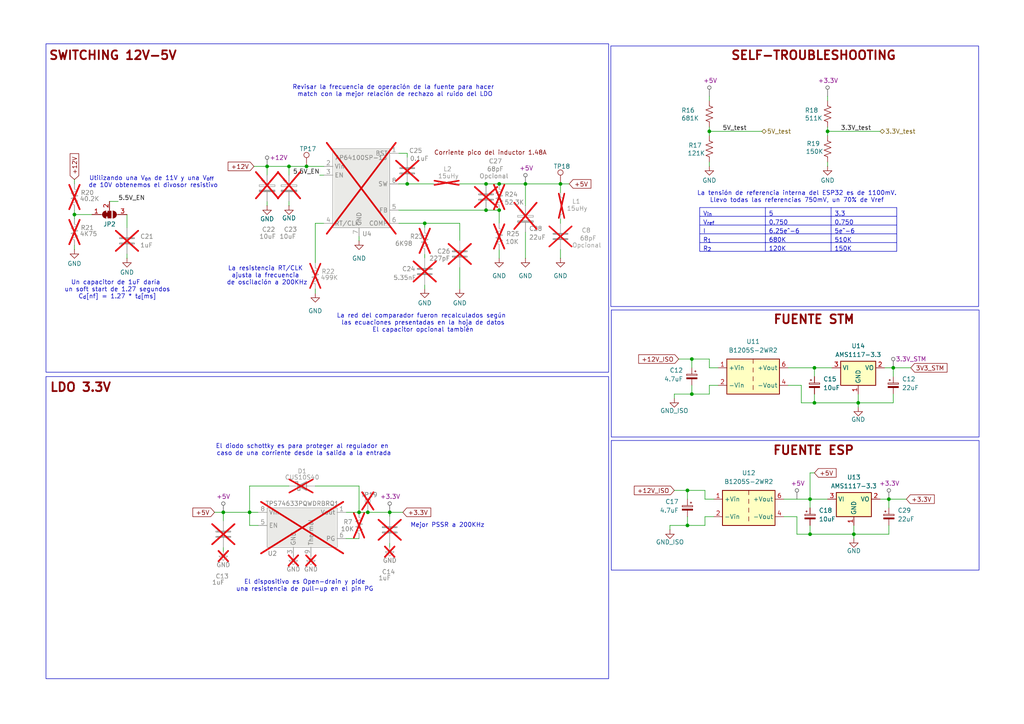
<source format=kicad_sch>
(kicad_sch (version 20250114) (generator "eeschema") (generator_version "9.0")
  (paper "A4")
  (lib_symbols
    (symbol "Connector:TestPoint" (pin_numbers (hide yes)) (pin_names (offset 0.762) (hide yes))
      (property "Reference" "TP" (at 0 6.858 0))
      (property "Value" "TestPoint" (at 0 5.08 0))
      (symbol "TestPoint_0_1"
        (circle (center 0 3.302) (radius 0.762))
      )
      (symbol "TestPoint_1_1"
        (pin passive line (at 0 0 90) (length 2.54) (name "1") (number "1"))
      )
    )
    (symbol "Converter_DCDC:TMA-1205S"
      (property "Reference" "U" (at -6.35 6.35 0))
      (property "Value" "TMA-1205S" (at 2.54 6.35 0))
      (symbol "TMA-1205S_0_1"
        (rectangle (start -7.62 5.08) (end 7.62 -5.08) (stroke (width 0.254)) (fill (type background)))
        (polyline (pts (xy 0 5.08) (xy 0 3.81)))
        (polyline (pts (xy 0 2.54) (xy 0 1.27)))
        (polyline (pts (xy 0 0) (xy 0 -1.27)))
        (polyline (pts (xy 0 -2.54) (xy 0 -3.81)))
      )
      (symbol "TMA-1205S_1_1"
        (pin power_in line (at -10.16 2.54 0) (length 2.54) (name "+Vin") (number "1"))
        (pin power_in line (at -10.16 -2.54 0) (length 2.54) (name "-Vin") (number "2"))
        (pin power_out line (at 10.16 2.54 180) (length 2.54) (name "+Vout") (number "6"))
        (pin power_out line (at 10.16 -2.54 180) (length 2.54) (name "-Vout") (number "4"))
      )
    )
    (symbol "Device:C" (pin_numbers (hide yes)) (pin_names (offset 0.254))
      (property "Reference" "C" (at 0.635 2.54 0))
      (property "Value" "C" (at 0.635 -2.54 0))
      (symbol "C_0_1"
        (polyline (pts (xy -2.032 0.762) (xy 2.032 0.762)) (stroke (width 0.508)))
        (polyline (pts (xy -2.032 -0.762) (xy 2.032 -0.762)) (stroke (width 0.508)))
      )
      (symbol "C_1_1"
        (pin passive line (at 0 3.81 270) (length 2.794) (name "~") (number "1"))
        (pin passive line (at 0 -3.81 90) (length 2.794) (name "~") (number "2"))
      )
    )
    (symbol "Device:C_Polarized" (pin_numbers (hide yes)) (pin_names (offset 0.254))
      (property "Reference" "C" (at 0.635 2.54 0))
      (property "Value" "C_Polarized" (at 0.635 -2.54 0))
      (symbol "C_Polarized_0_1"
        (rectangle (start -2.286 0.508) (end 2.286 1.016))
        (polyline (pts (xy -1.778 2.286) (xy -0.762 2.286)))
        (polyline (pts (xy -1.27 2.794) (xy -1.27 1.778)))
        (rectangle (start 2.286 -0.508) (end -2.286 -1.016) (fill (type outline)))
      )
      (symbol "C_Polarized_1_1"
        (pin passive line (at 0 3.81 270) (length 2.794) (name "~") (number "1"))
        (pin passive line (at 0 -3.81 90) (length 2.794) (name "~") (number "2"))
      )
    )
    (symbol "Device:C_Polarized_Small" (pin_numbers (hide yes)) (pin_names (offset 0.254) (hide yes))
      (property "Reference" "C" (at 0.254 1.778 0))
      (property "Value" "C_Polarized_Small" (at 0.254 -2.032 0))
      (symbol "C_Polarized_Small_0_1"
        (rectangle (start -1.524 0.6858) (end 1.524 0.3048))
        (rectangle (start -1.524 -0.3048) (end 1.524 -0.6858) (fill (type outline)))
        (polyline (pts (xy -1.27 1.524) (xy -0.762 1.524)))
        (polyline (pts (xy -1.016 1.27) (xy -1.016 1.778)))
      )
      (symbol "C_Polarized_Small_1_1"
        (pin passive line (at 0 2.54 270) (length 1.8542) (name "~") (number "1"))
        (pin passive line (at 0 -2.54 90) (length 1.8542) (name "~") (number "2"))
      )
    )
    (symbol "Device:D_Schottky" (pin_numbers (hide yes)) (pin_names (offset 1.016) (hide yes))
      (property "Reference" "D" (at 0 2.54 0))
      (property "Value" "D_Schottky" (at 0 -2.54 0))
      (symbol "D_Schottky_0_1"
        (polyline (pts (xy -1.905 0.635) (xy -1.905 1.27) (xy -1.27 1.27) (xy -1.27 -1.27) (xy -0.635 -1.27) (xy -0.635 -0.635)) (stroke (width 0.254)))
        (polyline (pts (xy 1.27 1.27) (xy 1.27 -1.27) (xy -1.27 0) (xy 1.27 1.27)) (stroke (width 0.254)))
        (polyline (pts (xy 1.27 0) (xy -1.27 0)))
      )
      (symbol "D_Schottky_1_1"
        (pin passive line (at -3.81 0 0) (length 2.54) (name "K") (number "1"))
        (pin passive line (at 3.81 0 180) (length 2.54) (name "A") (number "2"))
      )
    )
    (symbol "Device:L" (pin_numbers (hide yes)) (pin_names (offset 1.016) (hide yes))
      (property "Reference" "L" (at -1.27 0 90))
      (property "Value" "L" (at 1.905 0 90))
      (symbol "L_0_1"
        (arc (start 0 2.54) (mid 0.6323 1.905) (end 0 1.27))
        (arc (start 0 1.27) (mid 0.6323 0.635) (end 0 0))
        (arc (start 0 0) (mid 0.6323 -0.635) (end 0 -1.27))
        (arc (start 0 -1.27) (mid 0.6323 -1.905) (end 0 -2.54))
      )
      (symbol "L_1_1"
        (pin passive line (at 0 3.81 270) (length 1.27) (name "1") (number "1"))
        (pin passive line (at 0 -3.81 90) (length 1.27) (name "2") (number "2"))
      )
    )
    (symbol "Device:R_US" (pin_numbers (hide yes)) (pin_names (offset 0))
      (property "Reference" "R" (at 2.54 0 90))
      (property "Value" "R_US" (at -2.54 0 90))
      (symbol "R_US_0_1"
        (polyline (pts (xy 0 2.286) (xy 0 2.54)))
        (polyline (pts (xy 0 2.286) (xy 1.016 1.905) (xy 0 1.524) (xy -1.016 1.143) (xy 0 0.762)))
        (polyline (pts (xy 0 0.762) (xy 1.016 0.381) (xy 0 0) (xy -1.016 -0.381) (xy 0 -0.762)))
        (polyline (pts (xy 0 -0.762) (xy 1.016 -1.143) (xy 0 -1.524) (xy -1.016 -1.905) (xy 0 -2.286)))
        (polyline (pts (xy 0 -2.286) (xy 0 -2.54)))
      )
      (symbol "R_US_1_1"
        (pin passive line (at 0 3.81 270) (length 1.27) (name "~") (number "1"))
        (pin passive line (at 0 -3.81 90) (length 1.27) (name "~") (number "2"))
      )
    )
    (symbol "Jumper:SolderJumper_3_Bridged12" (pin_names (offset 0) (hide yes)) (in_bom no)
      (property "Reference" "JP" (at -2.54 -2.54 0))
      (property "Value" "SolderJumper_3_Bridged12" (at 0 2.794 0))
      (symbol "SolderJumper_3_Bridged12_0_1"
        (polyline (pts (xy -2.54 0) (xy -2.032 0)))
        (polyline (pts (xy -1.016 1.016) (xy -1.016 -1.016)))
        (rectangle (start -1.016 0.508) (end -0.508 -0.508) (fill (type outline)))
        (arc (start -1.016 -1.016) (mid -2.0276 0) (end -1.016 1.016))
        (arc (start -1.016 -1.016) (mid -2.0276 0) (end -1.016 1.016) (fill (type outline)))
        (rectangle (start -0.508 1.016) (end 0.508 -1.016) (fill (type outline)))
        (polyline (pts (xy 0 -1.27) (xy 0 -1.016)))
        (arc (start 1.016 1.016) (mid 2.0276 0) (end 1.016 -1.016))
        (arc (start 1.016 1.016) (mid 2.0276 0) (end 1.016 -1.016) (fill (type outline)))
        (polyline (pts (xy 1.016 1.016) (xy 1.016 -1.016)))
        (polyline (pts (xy 2.54 0) (xy 2.032 0)))
      )
      (symbol "SolderJumper_3_Bridged12_1_1"
        (pin passive line (at -5.08 0 0) (length 2.54) (name "A") (number "1"))
        (pin passive line (at 0 -3.81 90) (length 2.54) (name "C") (number "2"))
        (pin passive line (at 5.08 0 180) (length 2.54) (name "B") (number "3"))
      )
    )
    (symbol "Personal:AP64100Q"
      (property "Reference" "U3" (at -9.398 9.398 0))
      (property "Value" "~" (at -9.525 3.81 0))
      (symbol "AP64100Q_1_1"
        (rectangle (start -17.78 6.35) (end -1.27 -16.51) (fill (type background)))
        (pin power_in line (at -20.32 1.27 0) (length 2.54) (name "Vin") (number "2"))
        (pin input line (at -20.32 -1.27 0) (length 2.54) (name "EN") (number "3"))
        (pin input line (at -20.32 -15.24 0) (length 2.54) (name "RT/CLK") (number "4"))
        (pin power_out line (at -10.16 -19.05 90) (length 2.54) (name "GND") (number "7"))
        (pin passive line (at 1.27 5.08 180) (length 2.54) (name "BST") (number "1"))
        (pin output line (at 1.27 -3.81 180) (length 2.54) (name "SW") (number "8"))
        (pin passive line (at 1.27 -11.43 180) (length 2.54) (name "FB") (number "5"))
        (pin passive line (at 1.27 -15.24 180) (length 2.54) (name "COMP") (number "6"))
      )
    )
    (symbol "Personal:TPS76833QDR"
      (property "Reference" "U" (at 0 5.08 0))
      (symbol "TPS76833QDR_1_1"
        (rectangle (start -10.16 2.54) (end 10.16 -8.89) (fill (type background)))
        (pin power_in line (at -12.7 1.27 0) (length 2.54) (name "Vin") (number "8"))
        (pin passive line (at -12.7 -2.54 0) (length 2.54) (name "EN") (number "5"))
        (pin power_in line (at -2.54 -11.43 90) (length 2.54) (name "GND") (number "3"))
        (pin no_connect line (at 0 -1.27 180) (length 2.54) (hide yes) (name "NC") (number "3"))
        (pin no_connect line (at 0 -3.81 180) (length 2.54) (hide yes) (name "NC") (number "7"))
        (pin no_connect line (at 0 -6.35 180) (length 2.54) (hide yes) (name "NC") (number "2"))
        (pin power_in line (at 2.54 -11.43 90) (length 2.54) (name "Thermal") (number "9"))
        (pin power_out line (at 12.7 1.27 180) (length 2.54) (name "Vout") (number "1"))
        (pin passive line (at 12.7 -6.35 180) (length 2.54) (name "PG") (number "6"))
      )
    )
    (symbol "Regulator_Linear:AMS1117-3.3"
      (property "Reference" "U" (at -3.81 3.175 0))
      (property "Value" "AMS1117-3.3" (at 0 3.175 0))
      (symbol "AMS1117-3.3_0_1"
        (rectangle (start -5.08 -5.08) (end 5.08 1.905) (stroke (width 0.254)) (fill (type background)))
      )
      (symbol "AMS1117-3.3_1_1"
        (pin power_in line (at -7.62 0 0) (length 2.54) (name "VI") (number "3"))
        (pin power_in line (at 0 -7.62 90) (length 2.54) (name "GND") (number "1"))
        (pin power_out line (at 7.62 0 180) (length 2.54) (name "VO") (number "2"))
      )
    )
    (symbol "power:GND" (power) (pin_numbers (hide yes)) (pin_names (offset 0) (hide yes))
      (property "Value" "GND" (at 0 -3.81 0))
      (symbol "GND_0_1"
        (polyline (pts (xy 0 0) (xy 0 -1.27) (xy 1.27 -1.27) (xy 0 -2.54) (xy -1.27 -1.27) (xy 0 -1.27)))
      )
      (symbol "GND_1_1"
        (pin power_in line (at 0 0 270) (length 0) (name "~") (number "1"))
      )
    )
  )
  (rectangle (start 177.165 13.335) (end 283.845 88.9))
  (rectangle (start 13.335 109.22) (end 176.53 196.85))
  (rectangle (start 13.335 12.7) (end 176.53 107.95))
  (rectangle (start 177.292 127.762) (end 283.972 165.354))
  (rectangle (start 177.292 89.916) (end 283.972 126.746))
  (text "Mejor PSSR a 200KHz" (at 129.794 152.4 0) (effects (font (size 1.27 1.27))))
  (text "SWITCHING 12V-5V" (at 32.766 16.256 0) (effects (font (size 2.54 2.54) (thickness 0.508) (bold yes))))
  (text "FUENTE ESP" (at 235.966 130.81 0) (effects (font (size 2.54 2.54) (thickness 0.508) (bold yes))))
  (text "FUENTE STM" (at 236.093 92.837 0) (effects (font (size 2.54 2.54) (thickness 0.508) (bold yes))))
  (text "Utilizando una V_{on} de 11V y una V_{off} \nde 10V obtenemos el divosor resistivo" (at 44.45 52.832 0) (effects (font (size 1.27 1.27))))
  (text "El diodo schottky es para proteger al regulador en \ncaso de una corriente desde la salida a la entrada" (at 88.138 130.556 0) (effects (font (size 1.27 1.27))))
  (text "SELF-TROUBLESHOOTING" (at 235.966 16.256 0) (effects (font (size 2.54 2.54) (thickness 0.508) (bold yes))))
  (text "Revisar la frecuencia de operación de la fuente para hacer \nmatch con la mejor relación de rechazo al ruido del LDO" (at 114.554 26.416 0) (effects (font (size 1.27 1.27))))
  (text "La tensión de referencia interna del ESP32 es de 1100mV.\nLlevo todas las referencias 750mV, un 70% de Vref" (at 231.14 57.15 0) (effects (font (size 1.27 1.27))))
  (text "Corriente pico del inductor 1.48A" (at 142.24 44.45 0) (effects (font (size 1.27 1.27))))
  (text "El dispositivo es Open-drain y pide\nuna resistencia de pull-up en el pin PG" (at 88.392 169.926 0) (effects (font (size 1.27 1.27))))
  (text "LDO 3.3V" (at 23.368 112.522 0) (effects (font (size 2.54 2.54) (thickness 0.508) (bold yes))))
  (text "La red del comparador fueron recalculados según \nlas ecuaciones presentadas en la hoja de datos\nEl capacitor opcional también" (at 122.682 93.726 0) (effects (font (size 1.27 1.27))))
  (text "La resistencia RT/CLK \najusta la frecuencia \nde oscilación a 200KHz" (at 77.47 80.01 0) (effects (font (size 1.27 1.27))))
  (text "Un capacitor de 1uF daría \nun soft start de 1.27 segundos\nC_{d}[nf] = 1.27 * t_{d}[ms]" (at 34.036 84.074 0) (effects (font (size 1.27 1.27))))
  (junction (at 113.03 148.59))
  (junction (at 118.11 53.34))
  (junction (at 88.9 48.26))
  (junction (at 123.19 64.77))
  (junction (at 199.39 152.4))
  (junction (at 162.56 53.34))
  (junction (at 83.82 48.26))
  (junction (at 104.14 148.59))
  (junction (at 259.08 106.68))
  (junction (at 144.78 53.34))
  (junction (at 152.4 53.34))
  (junction (at 247.65 154.94))
  (junction (at 234.95 154.94))
  (junction (at 236.22 116.84))
  (junction (at 72.39 148.59))
  (junction (at 200.66 114.3))
  (junction (at 200.66 104.14))
  (junction (at 144.78 60.96))
  (junction (at 257.81 144.78))
  (junction (at 106.68 148.59))
  (junction (at 21.59 62.23))
  (junction (at 64.77 148.59))
  (junction (at 240.03 38.1))
  (junction (at 205.74 38.1))
  (junction (at 199.39 142.24))
  (junction (at 236.22 106.68))
  (junction (at 248.92 116.84))
  (junction (at 77.47 48.26))
  (junction (at 234.95 144.78))
  (junction (at 140.97 60.96))
  (junction (at 140.97 53.34))
  (wire (pts (xy 195.58 142.24) (xy 199.39 142.24)))
  (wire (pts (xy 140.97 60.96) (xy 144.78 60.96)))
  (wire (pts (xy 234.95 154.94) (xy 247.65 154.94)))
  (wire (pts (xy 77.47 48.26) (xy 83.82 48.26)))
  (wire (pts (xy 200.66 104.14) (xy 200.66 106.68)))
  (wire (pts (xy 72.39 140.97) (xy 72.39 148.59)))
  (wire (pts (xy 257.81 152.4) (xy 257.81 154.94)))
  (wire (pts (xy 64.77 148.59) (xy 64.77 151.13)))
  (wire (pts (xy 205.74 104.14) (xy 205.74 106.68)))
  (wire (pts (xy 204.47 142.24) (xy 204.47 144.78)))
  (wire (pts (xy 123.19 73.66) (xy 123.19 74.93)))
  (wire (pts (xy 199.39 142.24) (xy 204.47 142.24)))
  (wire (pts (xy 113.03 148.59) (xy 116.84 148.59)))
  (wire (pts (xy 195.58 114.3) (xy 200.66 114.3)))
  (wire (pts (xy 162.56 74.93) (xy 162.56 72.39)))
  (wire (pts (xy 259.08 114.3) (xy 259.08 116.84)))
  (wire (pts (xy 205.74 27.94) (xy 205.74 29.21)))
  (wire (pts (xy 77.47 58.42) (xy 77.47 59.69)))
  (wire (pts (xy 113.03 149.86) (xy 113.03 148.59)))
  (wire (pts (xy 236.22 106.68) (xy 236.22 109.22)))
  (wire (pts (xy 240.03 46.99) (xy 240.03 48.26)))
  (wire (pts (xy 240.03 36.83) (xy 240.03 38.1)))
  (wire (pts (xy 133.35 53.34) (xy 140.97 53.34)))
  (wire (pts (xy 91.44 83.82) (xy 91.44 85.09)))
  (wire (pts (xy 196.85 104.14) (xy 200.66 104.14)))
  (wire (pts (xy 234.95 144.78) (xy 240.03 144.78)))
  (wire (pts (xy 104.14 140.97) (xy 104.14 148.59)))
  (wire (pts (xy 36.83 62.23) (xy 36.83 66.04)))
  (wire (pts (xy 123.19 64.77) (xy 133.35 64.77)))
  (wire (pts (xy 144.78 60.96) (xy 144.78 64.77)))
  (wire (pts (xy 259.08 106.68) (xy 264.16 106.68)))
  (wire (pts (xy 106.68 148.59) (xy 113.03 148.59)))
  (wire (pts (xy 74.93 152.4) (xy 72.39 152.4)))
  (wire (pts (xy 162.56 55.88) (xy 162.56 53.34)))
  (wire (pts (xy 140.97 53.34) (xy 144.78 53.34)))
  (wire (pts (xy 115.57 64.77) (xy 123.19 64.77)))
  (wire (pts (xy 194.31 152.4) (xy 199.39 152.4)))
  (wire (pts (xy 104.14 68.58) (xy 104.14 69.85)))
  (wire (pts (xy 100.33 156.21) (xy 104.14 156.21)))
  (wire (pts (xy 113.03 157.48) (xy 113.03 158.75)))
  (wire (pts (xy 236.22 116.84) (xy 248.92 116.84)))
  (wire (pts (xy 199.39 152.4) (xy 199.39 149.86)))
  (wire (pts (xy 205.74 38.1) (xy 220.98 38.1)))
  (wire (pts (xy 83.82 58.42) (xy 83.82 59.69)))
  (wire (pts (xy 104.14 148.59) (xy 106.68 148.59)))
  (wire (pts (xy 231.14 154.94) (xy 234.95 154.94)))
  (wire (pts (xy 259.08 109.22) (xy 259.08 106.68)))
  (wire (pts (xy 248.92 116.84) (xy 248.92 114.3)))
  (wire (pts (xy 200.66 114.3) (xy 200.66 111.76)))
  (wire (pts (xy 72.39 140.97) (xy 83.82 140.97)))
  (wire (pts (xy 91.44 140.97) (xy 104.14 140.97)))
  (wire (pts (xy 144.78 72.39) (xy 144.78 74.93)))
  (wire (pts (xy 248.92 116.84) (xy 259.08 116.84)))
  (wire (pts (xy 247.65 154.94) (xy 257.81 154.94)))
  (wire (pts (xy 21.59 62.23) (xy 26.67 62.23)))
  (wire (pts (xy 227.33 144.78) (xy 234.95 144.78)))
  (wire (pts (xy 162.56 64.77) (xy 162.56 63.5)))
  (wire (pts (xy 162.56 53.34) (xy 165.1 53.34)))
  (wire (pts (xy 200.66 104.14) (xy 205.74 104.14)))
  (wire (pts (xy 21.59 60.96) (xy 21.59 62.23)))
  (wire (pts (xy 115.57 44.45) (xy 118.11 44.45)))
  (wire (pts (xy 228.6 111.76) (xy 232.41 111.76)))
  (wire (pts (xy 257.81 144.78) (xy 255.27 144.78)))
  (wire (pts (xy 125.73 53.34) (xy 118.11 53.34)))
  (wire (pts (xy 144.78 53.34) (xy 152.4 53.34)))
  (wire (pts (xy 21.59 52.07) (xy 21.59 53.34)))
  (wire (pts (xy 240.03 27.94) (xy 240.03 29.21)))
  (wire (pts (xy 247.65 156.21) (xy 247.65 154.94)))
  (wire (pts (xy 204.47 149.86) (xy 207.01 149.86)))
  (wire (pts (xy 234.95 137.16) (xy 234.95 144.78)))
  (wire (pts (xy 240.03 38.1) (xy 240.03 39.37)))
  (wire (pts (xy 205.74 111.76) (xy 208.28 111.76)))
  (wire (pts (xy 240.03 38.1) (xy 255.27 38.1)))
  (wire (pts (xy 62.23 148.59) (xy 64.77 148.59)))
  (wire (pts (xy 236.22 114.3) (xy 236.22 116.84)))
  (wire (pts (xy 205.74 38.1) (xy 205.74 39.37)))
  (wire (pts (xy 152.4 53.34) (xy 152.4 59.69)))
  (wire (pts (xy 248.92 118.11) (xy 248.92 116.84)))
  (wire (pts (xy 234.95 144.78) (xy 234.95 147.32)))
  (wire (pts (xy 64.77 158.75) (xy 64.77 160.02)))
  (wire (pts (xy 91.44 64.77) (xy 91.44 76.2)))
  (wire (pts (xy 232.41 111.76) (xy 232.41 116.84)))
  (wire (pts (xy 115.57 53.34) (xy 118.11 53.34)))
  (wire (pts (xy 92.71 50.8) (xy 93.98 50.8)))
  (wire (pts (xy 152.4 67.31) (xy 152.4 74.93)))
  (wire (pts (xy 83.82 48.26) (xy 88.9 48.26)))
  (wire (pts (xy 231.14 149.86) (xy 231.14 154.94)))
  (wire (pts (xy 83.82 48.26) (xy 83.82 50.8)))
  (wire (pts (xy 227.33 149.86) (xy 231.14 149.86)))
  (wire (pts (xy 73.66 48.26) (xy 77.47 48.26)))
  (wire (pts (xy 257.81 147.32) (xy 257.81 144.78)))
  (wire (pts (xy 118.11 44.45) (xy 118.11 45.72)))
  (wire (pts (xy 204.47 152.4) (xy 204.47 149.86)))
  (wire (pts (xy 36.83 73.66) (xy 36.83 74.93)))
  (wire (pts (xy 100.33 148.59) (xy 104.14 148.59)))
  (wire (pts (xy 21.59 62.23) (xy 21.59 63.5)))
  (wire (pts (xy 133.35 77.47) (xy 133.35 83.82)))
  (wire (pts (xy 72.39 148.59) (xy 74.93 148.59)))
  (wire (pts (xy 21.59 71.12) (xy 21.59 72.39)))
  (wire (pts (xy 194.31 152.4) (xy 194.31 153.67)))
  (wire (pts (xy 205.74 114.3) (xy 205.74 111.76)))
  (wire (pts (xy 232.41 116.84) (xy 236.22 116.84)))
  (wire (pts (xy 64.77 148.59) (xy 72.39 148.59)))
  (wire (pts (xy 133.35 69.85) (xy 133.35 64.77)))
  (wire (pts (xy 234.95 152.4) (xy 234.95 154.94)))
  (wire (pts (xy 236.22 137.16) (xy 234.95 137.16)))
  (wire (pts (xy 247.65 154.94) (xy 247.65 152.4)))
  (wire (pts (xy 236.22 106.68) (xy 241.3 106.68)))
  (wire (pts (xy 123.19 64.77) (xy 123.19 66.04)))
  (wire (pts (xy 199.39 152.4) (xy 204.47 152.4)))
  (wire (pts (xy 205.74 36.83) (xy 205.74 38.1)))
  (wire (pts (xy 91.44 64.77) (xy 93.98 64.77)))
  (wire (pts (xy 199.39 142.24) (xy 199.39 144.78)))
  (wire (pts (xy 200.66 114.3) (xy 205.74 114.3)))
  (wire (pts (xy 77.47 48.26) (xy 77.47 50.8)))
  (wire (pts (xy 205.74 46.99) (xy 205.74 48.26)))
  (wire (pts (xy 204.47 144.78) (xy 207.01 144.78)))
  (wire (pts (xy 31.75 58.42) (xy 34.29 58.42)))
  (wire (pts (xy 257.81 144.78) (xy 262.89 144.78)))
  (wire (pts (xy 123.19 82.55) (xy 123.19 83.82)))
  (wire (pts (xy 205.74 106.68) (xy 208.28 106.68)))
  (wire (pts (xy 88.9 48.26) (xy 93.98 48.26)))
  (wire (pts (xy 115.57 60.96) (xy 140.97 60.96)))
  (wire (pts (xy 152.4 53.34) (xy 162.56 53.34)))
  (wire (pts (xy 228.6 106.68) (xy 236.22 106.68)))
  (wire (pts (xy 72.39 152.4) (xy 72.39 148.59)))
  (wire (pts (xy 195.58 114.3) (xy 195.58 115.57)))
  (wire (pts (xy 259.08 106.68) (xy 256.54 106.68)))
  (table (column_count 3) (border (external yes) (header yes)) (separators (rows yes) (cols yes)) (column_widths 19.05 19.05 19.05) (row_heights 2.54 2.54 2.54 2.54 2.54) (cells (table_cell "V_{in}" (at 202.946 60.198 0) (size 19.05 2.54) (margins 0.9525 0.9525 0.9525 0.9525) (span 1 1)) (table_cell "5" (at 221.996 60.198 0) (size 19.05 2.54) (margins 0.9525 0.9525 0.9525 0.9525) (span 1 1)) (table_cell "3.3" (at 241.046 60.198 0) (size 19.05 2.54) (margins 0.9525 0.9525 0.9525 0.9525) (span 1 1)) (table_cell "V_{ref}" (at 202.946 62.738 0) (size 19.05 2.54) (margins 0.9525 0.9525 0.9525 0.9525) (span 1 1)) (table_cell "0.750" (at 221.996 62.738 0) (size 19.05 2.54) (margins 0.9525 0.9525 0.9525 0.9525) (span 1 1)) (table_cell "0.750" (at 241.046 62.738 0) (size 19.05 2.54) (margins 0.9525 0.9525 0.9525 0.9525) (span 1 1)) (table_cell "I" (at 202.946 65.278 0) (size 19.05 2.54) (margins 0.9525 0.9525 0.9525 0.9525) (span 1 1)) (table_cell "6.25e^-6" (at 221.996 65.278 0) (size 19.05 2.54) (margins 0.9525 0.9525 0.9525 0.9525) (span 1 1)) (table_cell "5e^-6" (at 241.046 65.278 0) (size 19.05 2.54) (margins 0.9525 0.9525 0.9525 0.9525) (span 1 1)) (table_cell "R_{1}" (at 202.946 67.818 0) (size 19.05 2.54) (margins 0.9525 0.9525 0.9525 0.9525) (span 1 1)) (table_cell "680K" (at 221.996 67.818 0) (size 19.05 2.54) (margins 0.9525 0.9525 0.9525 0.9525) (span 1 1)) (table_cell "510K" (at 241.046 67.818 0) (size 19.05 2.54) (margins 0.9525 0.9525 0.9525 0.9525) (span 1 1)) (table_cell "R_{2}" (at 202.946 70.358 0) (size 19.05 2.54) (margins 0.9525 0.9525 0.9525 0.9525) (span 1 1)) (table_cell "120K" (at 221.996 70.358 0) (size 19.05 2.54) (margins 0.9525 0.9525 0.9525 0.9525) (span 1 1)) (table_cell "150K" (at 241.046 70.358 0) (size 19.05 2.54) (margins 0.9525 0.9525 0.9525 0.9525) (span 1 1))))
  (label "5.5V_EN" (at 92.71 50.8 180))
  (label "3.3V_test" (at 243.84 38.1 0))
  (label "5.5V_EN" (at 34.29 58.42 0))
  (label "5V_test" (at 209.55 38.1 0))
  (global_label "3V3_STM" (shape input) (at 264.16 106.68 0) (property "Intersheetrefs" "${INTERSHEET_REFS}" (effects (hide yes))))
  (global_label "+5V" (shape input) (at 236.22 137.16 0) (property "Intersheetrefs" "${INTERSHEET_REFS}" (effects (hide yes))))
  (global_label "+3.3V" (shape input) (at 262.89 144.78 0) (property "Intersheetrefs" "${INTERSHEET_REFS}" (effects (hide yes))))
  (global_label "+12V_ISO" (shape input) (at 196.85 104.14 180) (property "Intersheetrefs" "${INTERSHEET_REFS}" (effects (hide yes))))
  (global_label "+12V_ISO" (shape input) (at 195.58 142.24 180) (property "Intersheetrefs" "${INTERSHEET_REFS}" (effects (hide yes))))
  (global_label "+5V" (shape input) (at 62.23 148.59 180) (property "Intersheetrefs" "${INTERSHEET_REFS}" (effects (hide yes))))
  (global_label "+3.3V" (shape input) (at 116.84 148.59 0) (property "Intersheetrefs" "${INTERSHEET_REFS}" (effects (hide yes))))
  (global_label "+12V" (shape input) (at 73.66 48.26 180) (property "Intersheetrefs" "${INTERSHEET_REFS}" (effects (hide yes))))
  (global_label "+5V" (shape input) (at 165.1 53.34 0) (property "Intersheetrefs" "${INTERSHEET_REFS}" (effects (hide yes))))
  (global_label "+12V" (shape input) (at 21.59 52.07 90) (property "Intersheetrefs" "${INTERSHEET_REFS}" (effects (hide yes))))
  (hierarchical_label "5V_test" (shape bidirectional) (at 220.98 38.1 0))
  (hierarchical_label "3.3V_test" (shape bidirectional) (at 255.27 38.1 0))
  (netclass_flag "" (length 2.54) (shape round) (at 64.77 148.59 0) (property "Netclass" "+5V" (at 62.738 144.018 0) (effects (justify left))))
  (netclass_flag "" (length 2.54) (shape round) (at 77.47 48.26 0) (property "Netclass" "+12V" (at 78.1685 45.72 0) (effects (justify left))))
  (netclass_flag "" (length 2.54) (shape round) (at 257.81 144.78 0) (property "Netclass" "+3.3V" (at 255.016 140.208 0) (effects (justify left))))
  (netclass_flag "" (length 2.54) (shape round) (at 113.03 148.59 0) (property "Netclass" "+3.3V" (at 110.236 144.018 0) (effects (justify left))))
  (netclass_flag "" (length 2.54) (shape round) (at 152.4 53.34 0) (property "Netclass" "+5V" (at 150.622 48.768 0) (effects (justify left))))
  (netclass_flag "" (length 2.54) (shape round) (at 240.03 27.94 0) (property "Netclass" "+3.3V" (at 237.236 23.368 0) (effects (justify left))))
  (netclass_flag "" (length 2.54) (shape round) (at 259.08 106.68 0) (property "Netclass" "3.3V_STM" (at 259.7785 104.14 0) (effects (justify left))))
  (netclass_flag "" (length 2.54) (shape round) (at 231.14 144.78 0) (property "Netclass" "+5V" (at 229.362 140.208 0) (effects (justify left))))
  (netclass_flag "" (length 2.54) (shape round) (at 205.74 27.94 0) (property "Netclass" "+5V" (at 203.962 23.368 0) (effects (justify left))))
  (symbol (lib_id "power:GND") (at 85.09 161.29 0) (unit 1) (dnp yes)
    (property "Reference" "#PWR021" (effects (hide yes)))
    (property "Value" "GND" (at 85.09 165.1 0))
    (property "Description" "Power symbol creates a global label with name \"GND\" , ground" (effects (hide yes)))
  )
  (symbol (lib_id "Device:L") (at 129.54 53.34 90) (unit 1) (dnp yes)
    (property "Reference" "L2" (at 129.794 49.022 90))
    (property "Value" "15uHy" (at 130.048 51.054 90))
    (property "Description" "Inductor" (effects (hide yes)))
  )
  (symbol (lib_id "power:GND") (at 104.14 69.85 0) (unit 1)
    (property "Reference" "#PWR040" (effects (hide yes)))
    (property "Value" "GND" (at 104.14 74.93 0))
    (property "Description" "Power symbol creates a global label with name \"GND\" , ground" (effects (hide yes)))
  )
  (symbol (lib_id "Device:C") (at 123.19 78.74 0) (unit 1) (dnp yes)
    (property "Reference" "C24" (at 116.586 77.978 0) (effects (justify left)))
    (property "Value" "5.35nF" (at 114.046 80.518 0) (effects (justify left)))
    (property "Description" "Unpolarized capacitor" (effects (hide yes)))
  )
  (symbol (lib_id "Device:C_Polarized") (at 152.4 63.5 0) (unit 1) (dnp yes)
    (property "Reference" "C28" (at 153.416 66.294 0) (effects (justify left)))
    (property "Value" "22uF" (at 153.416 68.834 0) (effects (justify left)))
    (property "Footprint" "Capacitor_SMD:C_1206_3216Metric" (effects (hide yes)))
    (property "Datasheet" "https://ar.mouser.com/datasheet/2/396/mlcc02_e-1307760.pdf" (effects (hide yes)))
    (property "Description" "Polarized capacitor" (effects (hide yes)))
    (property "Price" "0.6" (effects (hide yes)))
    (property "currier" "https://ar.mouser.com/ProductDetail/TAIYO-YUDEN/EMK316BB7226ML-T?qs=EPmvyOv1YlPvyo1ebMxtFg%3D%3D" (effects (hide yes)))
  )
  (symbol (lib_id "Device:R_US") (at 21.59 67.31 0) (unit 1) (dnp yes)
    (property "Reference" "R21" (at 23.368 66.04 0) (effects (justify left)))
    (property "Value" "4K75" (at 23.114 67.818 0) (effects (justify left)))
    (property "Description" "Resistor, US symbol" (effects (hide yes)))
  )
  (symbol (lib_id "power:GND") (at 90.17 161.29 0) (unit 1) (dnp yes)
    (property "Reference" "#PWR022" (effects (hide yes)))
    (property "Value" "GND" (at 90.17 165.1 0))
    (property "Description" "Power symbol creates a global label with name \"GND\" , ground" (effects (hide yes)))
  )
  (symbol (lib_id "power:GND") (at 248.92 118.11 0) (unit 1)
    (property "Reference" "#PWR032" (effects (hide yes)))
    (property "Value" "GND" (at 248.92 121.666 0))
    (property "Description" "Power symbol creates a global label with name \"GND\" , ground" (effects (hide yes)))
  )
  (symbol (lib_id "Device:R_US") (at 144.78 68.58 0) (unit 1) (dnp yes)
    (property "Reference" "R25" (at 146.812 67.818 0) (effects (justify left)))
    (property "Value" "10K" (at 146.558 70.104 0) (effects (justify left)))
    (property "Description" "Resistor, US symbol" (effects (hide yes)))
  )
  (symbol (lib_id "power:GND") (at 240.03 48.26 0) (unit 1)
    (property "Reference" "#PWR031" (effects (hide yes)))
    (property "Value" "GND" (at 240.03 52.324 0))
    (property "Description" "Power symbol creates a global label with name \"GND\" , ground" (effects (hide yes)))
  )
  (symbol (lib_id "Regulator_Linear:AMS1117-3.3") (at 247.65 144.78 0) (unit 1)
    (property "Reference" "U13" (at 247.65 138.43 0))
    (property "Value" "AMS1117-3.3" (at 247.65 140.97 0))
    (property "Footprint" "Package_TO_SOT_SMD:SOT-223-3_TabPin2" (effects (hide yes)))
    (property "Datasheet" "http://www.advanced-monolithic.com/pdf/ds1117.pdf" (effects (hide yes)))
    (property "Description" "1A Low Dropout regulator, positive, 3.3V fixed output, SOT-223" (effects (hide yes)))
  )
  (symbol (lib_id "Jumper:SolderJumper_3_Bridged12") (at 31.75 62.23 0) (mirror x) (unit 1) (in_bom no)
    (property "Reference" "JP2" (at 31.75 65.024 0))
    (property "Value" "SolderJumper_3_Bridged12" (effects (hide yes)))
    (property "Footprint" "Jumper:SolderJumper-3_P1.3mm_Bridged12_Pad1.0x1.5mm" (effects (hide yes)))
    (property "Description" "3-pole Solder Jumper, pins 1+2 closed/bridged" (effects (hide yes)))
  )
  (symbol (lib_id "Device:R_US") (at 144.78 57.15 0) (unit 1) (dnp yes)
    (property "Reference" "R24" (at 146.304 56.388 0) (effects (justify left)))
    (property "Value" "52.3K" (at 146.304 58.674 0) (effects (justify left)))
    (property "Description" "Resistor, US symbol" (effects (hide yes)))
  )
  (symbol (lib_id "power:GND") (at 195.58 115.57 0) (unit 1)
    (property "Reference" "#PWR032" (effects (hide yes)))
    (property "Value" "GND_ISO" (at 195.58 119.126 0))
    (property "Description" "Power symbol creates a global label with name \"GND\" , ground" (effects (hide yes)))
  )
  (symbol (lib_id "Device:C") (at 133.35 73.66 0) (unit 1) (dnp yes)
    (property "Reference" "C26" (at 126.746 72.898 0) (effects (justify left)))
    (property "Value" "227pF" (at 124.46 74.93 0) (effects (justify left)))
    (property "Description" "Unpolarized capacitor" (effects (hide yes)))
  )
  (symbol (lib_id "Device:C_Polarized_Small") (at 234.95 149.86 0) (unit 1)
    (property "Reference" "C18" (at 237.49 148.0438 0) (effects (justify left)))
    (property "Value" "10uF" (at 237.49 150.5838 0) (effects (justify left)))
    (property "Footprint" "Capacitor_SMD:CP_Elec_4x5.4" (effects (hide yes)))
    (property "Description" "Polarized capacitor, small symbol" (effects (hide yes)))
  )
  (symbol (lib_id "Device:C_Polarized") (at 83.82 54.61 0) (unit 1) (dnp yes)
    (property "Reference" "C23" (at 82.296 66.548 0) (effects (justify left)))
    (property "Value" "10uF" (at 81.026 68.58 0) (effects (justify left)))
    (property "Description" "Polarized capacitor" (effects (hide yes)))
  )
  (symbol (lib_id "power:GND") (at 205.74 48.26 0) (unit 1)
    (property "Reference" "#PWR030" (effects (hide yes)))
    (property "Value" "GND" (at 205.74 52.324 0))
    (property "Description" "Power symbol creates a global label with name \"GND\" , ground" (effects (hide yes)))
  )
  (symbol (lib_id "power:GND") (at 144.78 74.93 0) (unit 1)
    (property "Reference" "#PWR043" (effects (hide yes)))
    (property "Value" "GND" (at 144.78 80.01 0))
    (property "Description" "Power symbol creates a global label with name \"GND\" , ground" (effects (hide yes)))
  )
  (symbol (lib_id "power:GND") (at 36.83 74.93 0) (unit 1)
    (property "Reference" "#PWR036" (effects (hide yes)))
    (property "Value" "GND" (at 36.83 78.994 0))
    (property "Description" "Power symbol creates a global label with name \"GND\" , ground" (effects (hide yes)))
  )
  (symbol (lib_id "power:GND") (at 113.03 158.75 0) (unit 1) (dnp yes)
    (property "Reference" "#PWR020" (effects (hide yes)))
    (property "Value" "GND" (at 113.03 162.56 0))
    (property "Description" "Power symbol creates a global label with name \"GND\" , ground" (effects (hide yes)))
  )
  (symbol (lib_id "Device:C_Polarized_Small") (at 199.39 147.32 0) (mirror y) (unit 1)
    (property "Reference" "C17" (at 196.85 145.5038 0) (effects (justify left)))
    (property "Value" "4.7uF" (at 196.85 148.0438 0) (effects (justify left)))
    (property "Footprint" "Capacitor_SMD:CP_Elec_4x5.4" (effects (hide yes)))
    (property "Description" "Polarized capacitor, small symbol" (effects (hide yes)))
  )
  (symbol (lib_id "Device:R_US") (at 205.74 33.02 0) (unit 1)
    (property "Reference" "R16" (at 197.612 32.004 0) (effects (justify left)))
    (property "Value" "681K" (at 197.612 34.29 0) (effects (justify left)))
    (property "Description" "Resistor, US symbol" (effects (hide yes)))
  )
  (symbol (lib_id "power:GND") (at 64.77 160.02 0) (unit 1) (dnp yes)
    (property "Reference" "#PWR019" (effects (hide yes)))
    (property "Value" "GND" (at 64.77 163.83 0))
    (property "Description" "Power symbol creates a global label with name \"GND\" , ground" (effects (hide yes)))
  )
  (symbol (lib_id "Device:R_US") (at 205.74 43.18 0) (unit 1)
    (property "Reference" "R17" (at 199.644 42.164 0) (effects (justify left)))
    (property "Value" "121K" (at 199.39 44.45 0) (effects (justify left)))
    (property "Description" "Resistor, US symbol" (effects (hide yes)))
  )
  (symbol (lib_id "Device:C") (at 64.77 154.94 0) (unit 1) (dnp yes)
    (property "Reference" "C13" (at 62.484 167.132 0) (effects (justify left)))
    (property "Value" "1uF" (at 61.468 168.91 0) (effects (justify left)))
    (property "Description" "Unpolarized capacitor" (effects (hide yes)))
  )
  (symbol (lib_id "Device:R_US") (at 104.14 152.4 0) (unit 1) (dnp yes)
    (property "Reference" "R7" (at 99.568 151.384 0) (effects (justify left)))
    (property "Value" "10K" (at 98.806 153.416 0) (effects (justify left)))
    (property "Description" "Resistor, US symbol" (effects (hide yes)))
  )
  (symbol (lib_id "power:GND") (at 83.82 59.69 0) (unit 1)
    (property "Reference" "#PWR038" (effects (hide yes)))
    (property "Value" "GND" (at 83.82 63.246 0))
    (property "Description" "Power symbol creates a global label with name \"GND\" , ground" (effects (hide yes)))
  )
  (symbol (lib_id "Device:D_Schottky") (at 87.63 140.97 0) (unit 1) (dnp yes)
    (property "Reference" "D1" (at 87.63 136.652 0))
    (property "Value" "CUS10S40" (at 87.63 138.43 0))
    (property "Footprint" "Diode_SMD:D_SOD-323F" (effects (hide yes)))
    (property "Datasheet" "https://ar.mouser.com/datasheet/2/408/CUS521_datasheet_en_20140414-1076515.pdf" (effects (hide yes)))
    (property "Description" "Schottky diode" (effects (hide yes)))
    (property "Price" "0.12" (effects (hide yes)))
    (property "currier" "https://ar.mouser.com/ProductDetail/757-CUS521H3F" (effects (hide yes)))
  )
  (symbol (lib_id "Device:C") (at 140.97 57.15 0) (unit 1) (dnp yes)
    (property "Reference" "C27" (at 141.732 46.736 0) (effects (justify left)))
    (property "Value" "68pF" (at 141.224 49.022 0) (effects (justify left)))
    (property "Footprint" "Capacitor_SMD:C_0603_1608Metric" (effects (hide yes)))
    (property "Datasheet" "https://ar.mouser.com/datasheet/2/40/X7RDielectric-2943470.pdf" (effects (hide yes)))
    (property "Description" "Opcional" (at 143.256 51.054 0))
    (property "Price" "0.18" (effects (hide yes)))
    (property "currier" "https://ar.mouser.com/ProductDetail/KYOCERA-AVX/06035C680KAT2A?qs=%252BdQmOuGyFcHh7R3Ik2B0Og%3D%3D" (effects (hide yes)))
  )
  (symbol (lib_id "power:GND") (at 133.35 83.82 0) (unit 1)
    (property "Reference" "#PWR042" (effects (hide yes)))
    (property "Value" "GND" (at 133.35 87.884 0))
    (property "Description" "Power symbol creates a global label with name \"GND\" , ground" (effects (hide yes)))
  )
  (symbol (lib_id "Device:C") (at 36.83 69.85 0) (unit 1) (dnp yes)
    (property "Reference" "C21" (at 40.64 68.5799 0) (effects (justify left)))
    (property "Value" "1uF" (at 40.64 71.1199 0) (effects (justify left)))
    (property "Description" "Unpolarized capacitor" (effects (hide yes)))
  )
  (symbol (lib_id "Device:R_US") (at 123.19 69.85 0) (unit 1) (dnp yes)
    (property "Reference" "R23" (at 118.872 68.58 0) (effects (justify left)))
    (property "Value" "6K98" (at 114.554 70.612 0) (effects (justify left)))
    (property "Description" "Resistor, US symbol" (effects (hide yes)))
  )
  (symbol (lib_id "Connector:TestPoint") (at 106.68 148.59 0) (unit 1) (dnp yes)
    (property "Reference" "TP19" (at 104.648 143.51 0) (effects (justify left)))
    (property "Value" "TestPoint" (effects (hide yes)))
    (property "Description" "test point" (effects (hide yes)))
  )
  (symbol (lib_id "Device:R_US") (at 21.59 57.15 0) (unit 1) (dnp yes)
    (property "Reference" "R20" (at 23.368 55.88 0) (effects (justify left)))
    (property "Value" "40.2K" (at 23.114 57.658 0) (effects (justify left)))
    (property "Description" "Resistor, US symbol" (effects (hide yes)))
  )
  (symbol (lib_id "Device:R_US") (at 240.03 33.02 0) (unit 1)
    (property "Reference" "R18" (at 233.426 32.004 0) (effects (justify left)))
    (property "Value" "511K" (at 233.426 34.29 0) (effects (justify left)))
    (property "Description" "Resistor, US symbol" (effects (hide yes)))
  )
  (symbol (lib_id "Device:C") (at 162.56 68.58 0) (unit 1) (dnp yes)
    (property "Reference" "C8" (at 168.656 66.802 0) (effects (justify left)))
    (property "Value" "68pF" (at 168.148 69.088 0) (effects (justify left)))
    (property "Footprint" "Capacitor_SMD:C_0603_1608Metric" (effects (hide yes)))
    (property "Datasheet" "https://ar.mouser.com/datasheet/2/40/X7RDielectric-2943470.pdf" (effects (hide yes)))
    (property "Description" "Opcional" (at 170.18 71.12 0))
    (property "Price" "0.18" (effects (hide yes)))
    (property "currier" "https://ar.mouser.com/ProductDetail/KYOCERA-AVX/06035C680KAT2A?qs=%252BdQmOuGyFcHh7R3Ik2B0Og%3D%3D" (effects (hide yes)))
  )
  (symbol (lib_id "Device:C") (at 113.03 153.67 0) (unit 1) (dnp yes)
    (property "Reference" "C14" (at 110.744 165.862 0) (effects (justify left)))
    (property "Value" "1uF" (at 109.728 167.64 0) (effects (justify left)))
    (property "Description" "Unpolarized capacitor" (effects (hide yes)))
  )
  (symbol (lib_id "Regulator_Linear:AMS1117-3.3") (at 248.92 106.68 0) (unit 1)
    (property "Reference" "U14" (at 248.92 100.33 0))
    (property "Value" "AMS1117-3.3" (at 248.92 102.87 0))
    (property "Footprint" "Package_TO_SOT_SMD:SOT-223-3_TabPin2" (effects (hide yes)))
    (property "Datasheet" "http://www.advanced-monolithic.com/pdf/ds1117.pdf" (effects (hide yes)))
    (property "Description" "1A Low Dropout regulator, positive, 3.3V fixed output, SOT-223" (effects (hide yes)))
  )
  (symbol (lib_id "Device:C_Polarized") (at 77.47 54.61 0) (unit 1) (dnp yes)
    (property "Reference" "C22" (at 75.946 66.548 0) (effects (justify left)))
    (property "Value" "10uF" (at 75.184 68.58 0) (effects (justify left)))
    (property "Description" "Polarized capacitor" (effects (hide yes)))
  )
  (symbol (lib_id "Device:C_Polarized_Small") (at 200.66 109.22 0) (mirror y) (unit 1)
    (property "Reference" "C12" (at 198.12 107.4038 0) (effects (justify left)))
    (property "Value" "4.7uF" (at 198.12 109.9438 0) (effects (justify left)))
    (property "Footprint" "Capacitor_SMD:CP_Elec_4x5.4" (effects (hide yes)))
    (property "Description" "Polarized capacitor, small symbol" (effects (hide yes)))
  )
  (symbol (lib_id "Connector:TestPoint") (at 88.9 48.26 0) (unit 1)
    (property "Reference" "TP17" (at 86.868 43.18 0) (effects (justify left)))
    (property "Value" "TestPoint" (effects (hide yes)))
    (property "Description" "test point" (effects (hide yes)))
  )
  (symbol (lib_id "power:GND") (at 152.4 74.93 0) (unit 1)
    (property "Reference" "#PWR044" (effects (hide yes)))
    (property "Value" "GND" (at 152.4 80.01 0))
    (property "Description" "Power symbol creates a global label with name \"GND\" , ground" (effects (hide yes)))
  )
  (symbol (lib_id "Device:R_US") (at 91.44 80.01 0) (unit 1) (dnp yes)
    (property "Reference" "R22" (at 93.218 78.74 0) (effects (justify left)))
    (property "Value" "499K" (at 92.964 80.518 0) (effects (justify left)))
    (property "Description" "Resistor, US symbol" (effects (hide yes)))
  )
  (symbol (lib_id "power:GND") (at 91.44 85.09 0) (unit 1)
    (property "Reference" "#PWR039" (effects (hide yes)))
    (property "Value" "GND" (at 91.44 90.17 0))
    (property "Description" "Power symbol creates a global label with name \"GND\" , ground" (effects (hide yes)))
  )
  (symbol (lib_id "power:GND") (at 194.31 153.67 0) (unit 1)
    (property "Reference" "#PWR055" (effects (hide yes)))
    (property "Value" "GND_ISO" (at 194.31 157.226 0))
    (property "Description" "Power symbol creates a global label with name \"GND\" , ground" (effects (hide yes)))
  )
  (symbol (lib_id "Device:C_Polarized_Small") (at 257.81 149.86 0) (unit 1)
    (property "Reference" "C29" (at 260.35 148.0438 0) (effects (justify left)))
    (property "Value" "22uF" (at 260.35 150.5838 0) (effects (justify left)))
    (property "Footprint" "Capacitor_SMD:CP_Elec_4x5.4" (effects (hide yes)))
    (property "Description" "Polarized capacitor, small symbol" (effects (hide yes)))
  )
  (symbol (lib_id "power:GND") (at 247.65 156.21 0) (unit 1)
    (property "Reference" "#PWR056" (effects (hide yes)))
    (property "Value" "GND" (at 247.65 159.766 0))
    (property "Description" "Power symbol creates a global label with name \"GND\" , ground" (effects (hide yes)))
  )
  (symbol (lib_id "Connector:TestPoint") (at 162.56 53.34 0) (unit 1)
    (property "Reference" "TP18" (at 160.528 48.26 0) (effects (justify left)))
    (property "Value" "TestPoint" (effects (hide yes)))
    (property "Description" "test point" (effects (hide yes)))
  )
  (symbol (lib_id "power:GND") (at 77.47 59.69 0) (unit 1)
    (property "Reference" "#PWR037" (effects (hide yes)))
    (property "Value" "GND" (at 77.47 63.5 0))
    (property "Description" "Power symbol creates a global label with name \"GND\" , ground" (effects (hide yes)))
  )
  (symbol (lib_id "Device:R_US") (at 240.03 43.18 0) (unit 1)
    (property "Reference" "R19" (at 233.934 41.656 0) (effects (justify left)))
    (property "Value" "150K" (at 233.68 43.942 0) (effects (justify left)))
    (property "Description" "Resistor, US symbol" (effects (hide yes)))
  )
  (symbol (lib_id "power:GND") (at 162.56 74.93 0) (unit 1)
    (property "Reference" "#PWR012" (effects (hide yes)))
    (property "Value" "GND" (at 162.56 80.01 0))
    (property "Description" "Power symbol creates a global label with name \"GND\" , ground" (effects (hide yes)))
  )
  (symbol (lib_id "Converter_DCDC:TMA-1205S") (at 218.44 109.22 0) (unit 1)
    (property "Reference" "U11" (at 218.44 99.06 0))
    (property "Value" "B1205S-2WR2" (at 218.44 101.6 0))
    (property "Footprint" "Converter_DCDC:Converter_DCDC_TRACO_TMA-05xxS_12xxS_Single_THT" (effects (hide yes)))
    (property "Datasheet" "https://www.tracopower.com/products/tma.pdf" (effects (hide yes)))
    (property "Description" "1W DC/DC converter unregulated, 10.8-13.2V input, 5V fixed output voltage, 200mA output, 1.0kVDC isolation, SIP-7" (effects (hide yes)))
  )
  (symbol (lib_id "Personal:TPS76833QDR") (at 87.63 149.86 0) (unit 1) (dnp yes)
    (property "Reference" "U2" (at 78.994 160.528 0))
    (property "Value" "TPS74633PQWDRBRQ1" (at 87.63 146.05 0))
    (property "Footprint" "Package_SON:VSON-8-1EP_3x3mm_P0.65mm_EP1.65x2.4mm_ThermalVias" (effects (hide yes)))
    (property "Datasheet" "https://www.ti.com/lit/ds/symlink/tps746-q1.pdf?ts=1751268751882&ref_url=https%253A%252F%252Fpt.mouser.com%252F" (effects (hide yes)))
    (property "Price" "1.16" (effects (hide yes)))
    (property "currier" "https://ar.mouser.com/ProductDetail/595-PS74633PQWDRBRQ1" (effects (hide yes)))
  )
  (symbol (lib_id "power:GND") (at 123.19 83.82 0) (unit 1)
    (property "Reference" "#PWR041" (effects (hide yes)))
    (property "Value" "GND" (at 123.19 87.884 0))
    (property "Description" "Power symbol creates a global label with name \"GND\" , ground" (effects (hide yes)))
  )
  (symbol (lib_id "Personal:AP64100Q") (at 114.3 49.53 0) (unit 1) (dnp yes)
    (property "Reference" "U4" (at 106.426 67.818 0))
    (property "Value" "AP64100SP-13" (at 104.775 45.72 0))
    (property "Footprint" "Package_SO:Diodes_SO-8EP" (effects (hide yes)))
    (property "Datasheet" "https://www.diodes.com/assets/Datasheets/AP64100Q.pdf" (effects (hide yes)))
    (property "Price" "1.11" (effects (hide yes)))
    (property "currier" "https://ar.mouser.com/ProductDetail/621-AP64100SP-13" (effects (hide yes)))
  )
  (symbol (lib_id "Device:C_Polarized_Small") (at 236.22 111.76 0) (unit 1)
    (property "Reference" "C15" (at 238.76 109.9438 0) (effects (justify left)))
    (property "Value" "10uF" (at 238.76 112.4838 0) (effects (justify left)))
    (property "Footprint" "Capacitor_SMD:CP_Elec_4x5.4" (effects (hide yes)))
    (property "Description" "Polarized capacitor, small symbol" (effects (hide yes)))
  )
  (symbol (lib_id "Device:L") (at 162.56 59.69 0) (unit 1) (dnp yes)
    (property "Reference" "L1" (at 167.132 58.42 0))
    (property "Value" "15uHy" (at 167.386 60.452 0))
    (property "Description" "Inductor" (effects (hide yes)))
  )
  (symbol (lib_id "Converter_DCDC:TMA-1205S") (at 217.17 147.32 0) (unit 1)
    (property "Reference" "U12" (at 217.17 137.16 0))
    (property "Value" "B1205S-2WR2" (at 217.17 139.7 0))
    (property "Footprint" "Converter_DCDC:Converter_DCDC_TRACO_TMA-05xxS_12xxS_Single_THT" (effects (hide yes)))
    (property "Datasheet" "https://www.tracopower.com/products/tma.pdf" (effects (hide yes)))
    (property "Description" "1W DC/DC converter unregulated, 10.8-13.2V input, 5V fixed output voltage, 200mA output, 1.0kVDC isolation, SIP-7" (effects (hide yes)))
  )
  (symbol (lib_id "Device:C") (at 118.11 49.53 0) (unit 1) (dnp yes)
    (property "Reference" "C25" (at 118.618 43.688 0) (effects (justify left)))
    (property "Value" "0.1uF" (at 118.872 45.974 0) (effects (justify left)))
    (property "Footprint" "Capacitor_SMD:C_0603_1608Metric" (effects (hide yes)))
    (property "Datasheet" "https://ar.mouser.com/datasheet/2/447/UPY_GPHC_X7R_6_3V_to_250V_24-3441574.pdf" (effects (hide yes)))
    (property "Description" "Unpolarized capacitor" (effects (hide yes)))
    (property "Price" "0.1" (effects (hide yes)))
    (property "currier" "https://ar.mouser.com/ProductDetail/YAGEO/CC0603KRX7R7BB104?qs=AgBp2OyFlx8KPmNTlFoWXA%3D%3D" (effects (hide yes)))
  )
  (symbol (lib_id "power:GND") (at 21.59 72.39 0) (unit 1)
    (property "Reference" "#PWR035" (effects (hide yes)))
    (property "Value" "GND" (at 21.59 76.454 0))
    (property "Description" "Power symbol creates a global label with name \"GND\" , ground" (effects (hide yes)))
  )
  (symbol (lib_id "Device:C_Polarized_Small") (at 259.08 111.76 0) (unit 1)
    (property "Reference" "C12" (at 261.62 109.9438 0) (effects (justify left)))
    (property "Value" "22uF" (at 261.62 112.4838 0) (effects (justify left)))
    (property "Footprint" "Capacitor_SMD:CP_Elec_4x5.4" (effects (hide yes)))
    (property "Description" "Polarized capacitor, small symbol" (effects (hide yes)))
  )
)
</source>
